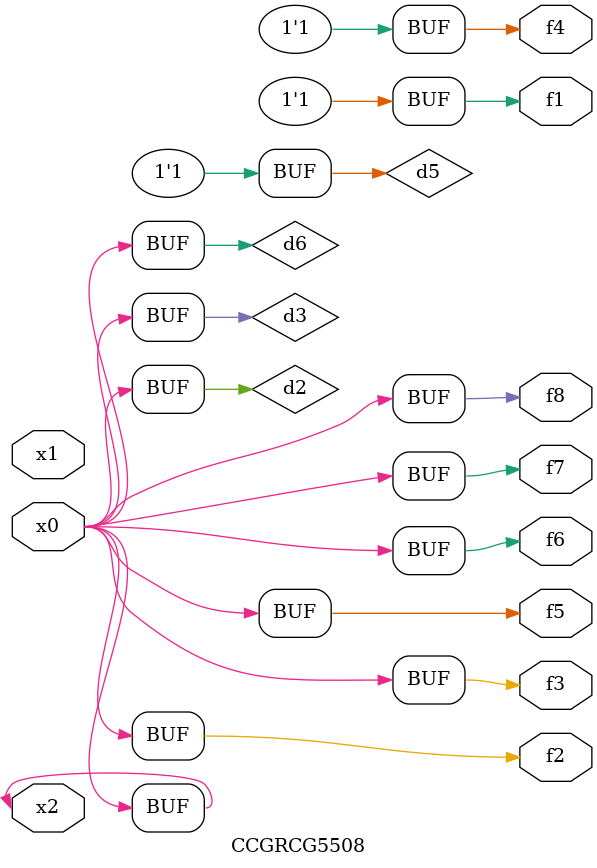
<source format=v>
module CCGRCG5508(
	input x0, x1, x2,
	output f1, f2, f3, f4, f5, f6, f7, f8
);

	wire d1, d2, d3, d4, d5, d6;

	xnor (d1, x2);
	buf (d2, x0, x2);
	and (d3, x0);
	xnor (d4, x1, x2);
	nand (d5, d1, d3);
	buf (d6, d2, d3);
	assign f1 = d5;
	assign f2 = d6;
	assign f3 = d6;
	assign f4 = d5;
	assign f5 = d6;
	assign f6 = d6;
	assign f7 = d6;
	assign f8 = d6;
endmodule

</source>
